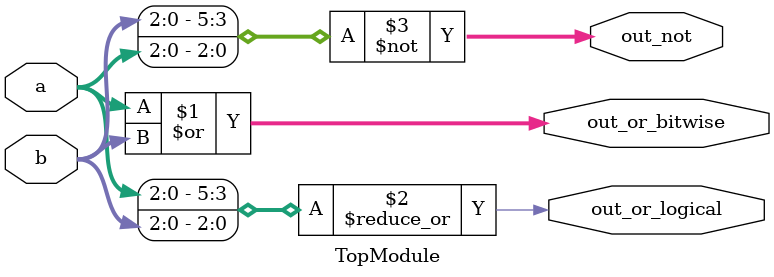
<source format=sv>

module TopModule(
    input [2:0] a,
    input [2:0] b,
    output [2:0] out_or_bitwise,
    output out_or_logical,
    output [5:0] out_not
);

assign out_or_bitwise = a | b;
assign out_or_logical = |{a,b};
assign out_not = ~{b,a};

endmodule
</source>
